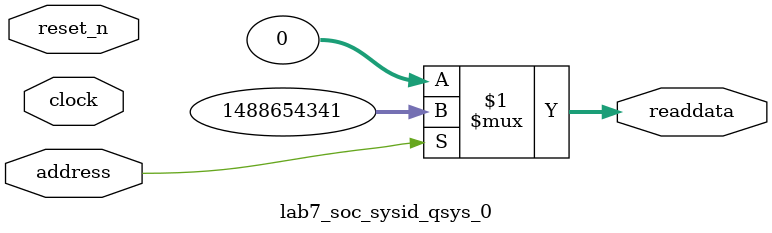
<source format=v>

`timescale 1ns / 1ps
// synthesis translate_on

// turn off superfluous verilog processor warnings 
// altera message_level Level1 
// altera message_off 10034 10035 10036 10037 10230 10240 10030 

module lab7_soc_sysid_qsys_0 (
               // inputs:
                address,
                clock,
                reset_n,

               // outputs:
                readdata
             )
;

  output  [ 31: 0] readdata;
  input            address;
  input            clock;
  input            reset_n;

  wire    [ 31: 0] readdata;
  //control_slave, which is an e_avalon_slave
  assign readdata = address ? 1488654341 : 0;

endmodule




</source>
